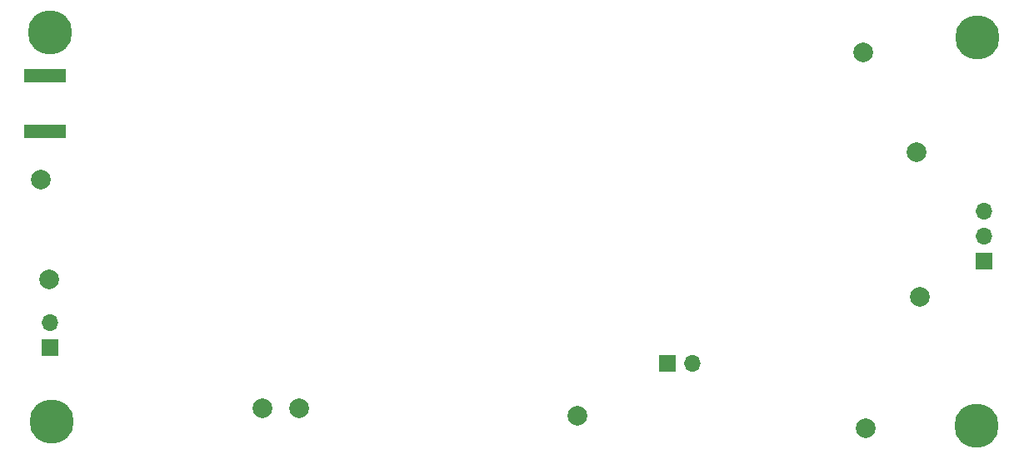
<source format=gbs>
%TF.GenerationSoftware,KiCad,Pcbnew,7.0.10-7.0.10~ubuntu22.04.1*%
%TF.CreationDate,2024-03-15T16:54:52-07:00*%
%TF.ProjectId,kiss_sdr_r1,6b697373-5f73-4647-925f-72312e6b6963,rev?*%
%TF.SameCoordinates,Original*%
%TF.FileFunction,Soldermask,Bot*%
%TF.FilePolarity,Negative*%
%FSLAX46Y46*%
G04 Gerber Fmt 4.6, Leading zero omitted, Abs format (unit mm)*
G04 Created by KiCad (PCBNEW 7.0.10-7.0.10~ubuntu22.04.1) date 2024-03-15 16:54:52*
%MOMM*%
%LPD*%
G01*
G04 APERTURE LIST*
%ADD10C,2.000000*%
%ADD11C,4.500000*%
%ADD12R,1.700000X1.700000*%
%ADD13O,1.700000X1.700000*%
%ADD14R,4.200000X1.350000*%
G04 APERTURE END LIST*
D10*
%TO.C,CLK1*%
X84587000Y-104303700D03*
%TD*%
%TO.C,GND3*%
X138241000Y-118210200D03*
%TD*%
%TO.C,GND2*%
X167273200Y-81253200D03*
%TD*%
D11*
%TO.C,H2*%
X84672400Y-79221200D03*
%TD*%
D10*
%TO.C,Q_CLK1*%
X109961600Y-117460900D03*
%TD*%
D11*
%TO.C,H3*%
X178906400Y-79729200D03*
%TD*%
%TO.C,H4*%
X84850200Y-118845200D03*
%TD*%
D10*
%TO.C,I_SIG1*%
X172689550Y-91339700D03*
%TD*%
%TO.C,GND1*%
X167527200Y-119454800D03*
%TD*%
D11*
%TO.C,H1*%
X178830200Y-119251600D03*
%TD*%
D12*
%TO.C,J4*%
X147410400Y-112873400D03*
D13*
X149950400Y-112873400D03*
%TD*%
D12*
%TO.C,J2*%
X179516000Y-102436800D03*
D13*
X179516000Y-99896800D03*
X179516000Y-97356800D03*
%TD*%
D10*
%TO.C,sig1*%
X83681800Y-94156400D03*
%TD*%
%TO.C,Q_SIG1*%
X173070550Y-106071700D03*
%TD*%
D12*
%TO.C,J3*%
X84612400Y-111293700D03*
D13*
X84612400Y-108753700D03*
%TD*%
D10*
%TO.C,I_CLK1*%
X106227800Y-117422800D03*
%TD*%
D14*
%TO.C,J1*%
X84139000Y-89234400D03*
X84139000Y-83584400D03*
%TD*%
M02*

</source>
